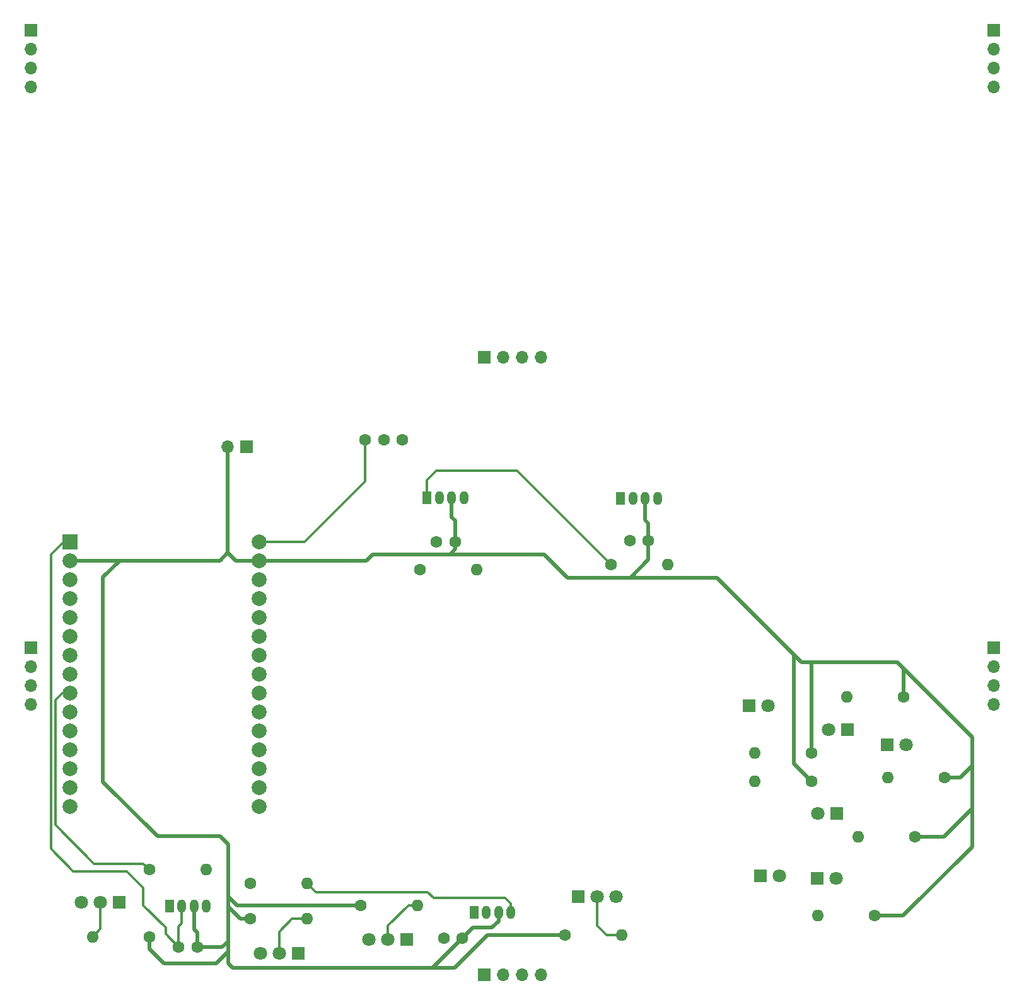
<source format=gbl>
G04 #@! TF.GenerationSoftware,KiCad,Pcbnew,(6.0.11)*
G04 #@! TF.CreationDate,2023-06-05T19:46:25-05:00*
G04 #@! TF.ProjectId,future_badge,66757475-7265-45f6-9261-6467652e6b69,1*
G04 #@! TF.SameCoordinates,Original*
G04 #@! TF.FileFunction,Copper,L2,Bot*
G04 #@! TF.FilePolarity,Positive*
%FSLAX46Y46*%
G04 Gerber Fmt 4.6, Leading zero omitted, Abs format (unit mm)*
G04 Created by KiCad (PCBNEW (6.0.11)) date 2023-06-05 19:46:25*
%MOMM*%
%LPD*%
G01*
G04 APERTURE LIST*
G04 #@! TA.AperFunction,ComponentPad*
%ADD10C,1.600000*%
G04 #@! TD*
G04 #@! TA.AperFunction,ComponentPad*
%ADD11R,1.800000X1.800000*%
G04 #@! TD*
G04 #@! TA.AperFunction,ComponentPad*
%ADD12C,1.800000*%
G04 #@! TD*
G04 #@! TA.AperFunction,ComponentPad*
%ADD13R,1.700000X1.700000*%
G04 #@! TD*
G04 #@! TA.AperFunction,ComponentPad*
%ADD14O,1.700000X1.700000*%
G04 #@! TD*
G04 #@! TA.AperFunction,ComponentPad*
%ADD15O,1.600000X1.600000*%
G04 #@! TD*
G04 #@! TA.AperFunction,ComponentPad*
%ADD16R,1.200000X1.800000*%
G04 #@! TD*
G04 #@! TA.AperFunction,ComponentPad*
%ADD17O,1.200000X1.800000*%
G04 #@! TD*
G04 #@! TA.AperFunction,ComponentPad*
%ADD18R,2.000000X2.000000*%
G04 #@! TD*
G04 #@! TA.AperFunction,ComponentPad*
%ADD19C,2.000000*%
G04 #@! TD*
G04 #@! TA.AperFunction,Conductor*
%ADD20C,0.300000*%
G04 #@! TD*
G04 #@! TA.AperFunction,Conductor*
%ADD21C,0.500000*%
G04 #@! TD*
G04 APERTURE END LIST*
D10*
X43350000Y-173200000D03*
X45850000Y-173200000D03*
D11*
X131690000Y-155200000D03*
D12*
X129150000Y-155200000D03*
D13*
X84360000Y-176910000D03*
D14*
X86900000Y-176910000D03*
X89440000Y-176910000D03*
X91980000Y-176910000D03*
D10*
X39400000Y-162800000D03*
D15*
X47020000Y-162800000D03*
D13*
X152800000Y-133000000D03*
D14*
X152800000Y-135540000D03*
X152800000Y-138080000D03*
X152800000Y-140620000D03*
D10*
X78000000Y-118750000D03*
X80500000Y-118750000D03*
D13*
X52500000Y-106000000D03*
D14*
X49960000Y-106000000D03*
D11*
X74000000Y-172200000D03*
D12*
X71460000Y-172200000D03*
X68920000Y-172200000D03*
D10*
X136775000Y-168950000D03*
D15*
X129155000Y-168950000D03*
D11*
X121455000Y-163600000D03*
D12*
X123995000Y-163600000D03*
D10*
X128375000Y-147150000D03*
D15*
X120755000Y-147150000D03*
D10*
X95200000Y-171600000D03*
D15*
X102820000Y-171600000D03*
D10*
X128375000Y-150900000D03*
D15*
X120755000Y-150900000D03*
D10*
X39425000Y-171800000D03*
D15*
X31805000Y-171800000D03*
D10*
X140725000Y-139550000D03*
D15*
X133105000Y-139550000D03*
D10*
X52975000Y-169400000D03*
D15*
X60595000Y-169400000D03*
D10*
X67775000Y-167600000D03*
D15*
X75395000Y-167600000D03*
D16*
X83010000Y-168490000D03*
D17*
X84660000Y-168490000D03*
X86310000Y-168490000D03*
X87960000Y-168490000D03*
D10*
X75750000Y-122500000D03*
D15*
X83370000Y-122500000D03*
D10*
X52975000Y-164600000D03*
D15*
X60595000Y-164600000D03*
D16*
X42145000Y-167700000D03*
D17*
X43795000Y-167700000D03*
X45445000Y-167700000D03*
X47095000Y-167700000D03*
D11*
X35400000Y-167200000D03*
D12*
X32860000Y-167200000D03*
X30320000Y-167200000D03*
D18*
X28802500Y-118712500D03*
D19*
X28802500Y-121252500D03*
X28802500Y-123792500D03*
X28802500Y-126332500D03*
X28802500Y-128872500D03*
X28802500Y-131412500D03*
X28802500Y-133952500D03*
X28802500Y-136492500D03*
X28802500Y-139032500D03*
X28802500Y-141572500D03*
X28802500Y-144112500D03*
X28802500Y-146652500D03*
X28802500Y-149192500D03*
X28802500Y-151732500D03*
X28802500Y-154272500D03*
X54202500Y-154272500D03*
X54202500Y-151732500D03*
X54202500Y-149192500D03*
X54202500Y-146652500D03*
X54202500Y-144112500D03*
X54202500Y-141572500D03*
X54202500Y-139032500D03*
X54202500Y-136492500D03*
X54202500Y-133952500D03*
X54202500Y-131412500D03*
X54202500Y-128872500D03*
X54202500Y-126332500D03*
X54202500Y-123792500D03*
X54202500Y-121252500D03*
X54202500Y-118712500D03*
D10*
X78950000Y-172000000D03*
X81450000Y-172000000D03*
X101400000Y-121800000D03*
D15*
X109020000Y-121800000D03*
D11*
X138525000Y-146000000D03*
D12*
X141065000Y-146000000D03*
D11*
X59400000Y-174000000D03*
D12*
X56860000Y-174000000D03*
X54320000Y-174000000D03*
D11*
X129125000Y-164000000D03*
D12*
X131665000Y-164000000D03*
D11*
X119925000Y-140800000D03*
D12*
X122465000Y-140800000D03*
D13*
X23500000Y-133000000D03*
D14*
X23500000Y-135540000D03*
X23500000Y-138080000D03*
X23500000Y-140620000D03*
D10*
X142225000Y-158350000D03*
D15*
X134605000Y-158350000D03*
D11*
X97000000Y-166400000D03*
D12*
X99540000Y-166400000D03*
X102080000Y-166400000D03*
D10*
X68400000Y-105000000D03*
X70900000Y-105000000D03*
X73400000Y-105000000D03*
X103950000Y-118600000D03*
X106450000Y-118600000D03*
D13*
X152800000Y-50000000D03*
D14*
X152800000Y-52540000D03*
X152800000Y-55080000D03*
X152800000Y-57620000D03*
D10*
X146175000Y-150400000D03*
D15*
X138555000Y-150400000D03*
D16*
X76715000Y-112800000D03*
D17*
X78365000Y-112800000D03*
X80015000Y-112800000D03*
X81665000Y-112800000D03*
D11*
X133135000Y-144000000D03*
D12*
X130595000Y-144000000D03*
D16*
X102720000Y-112900080D03*
D17*
X104370000Y-112900080D03*
X106020000Y-112900080D03*
X107670000Y-112900080D03*
D13*
X84360000Y-93910000D03*
D14*
X86900000Y-93910000D03*
X89440000Y-93910000D03*
X91980000Y-93910000D03*
D13*
X23500000Y-50000000D03*
D14*
X23500000Y-52540000D03*
X23500000Y-55080000D03*
X23500000Y-57620000D03*
D20*
X54202500Y-118712500D02*
X60287500Y-118712500D01*
X68400000Y-110600000D02*
X68400000Y-105000000D01*
X60287500Y-118712500D02*
X68400000Y-110600000D01*
D21*
X92400000Y-120400000D02*
X79200000Y-120400000D01*
X136775000Y-168950000D02*
X139700000Y-168950000D01*
X40517500Y-158317500D02*
X33200000Y-151000000D01*
X127000000Y-134950000D02*
X125900000Y-133850000D01*
X45850000Y-171250000D02*
X45445000Y-170845000D01*
X45445000Y-170845000D02*
X45445000Y-167700000D01*
X33200000Y-123505000D02*
X35452500Y-121252500D01*
X103450000Y-123600000D02*
X104000000Y-123600000D01*
X50000000Y-171800000D02*
X50000000Y-167600000D01*
X139850000Y-134950000D02*
X128050000Y-134950000D01*
X67775000Y-167600000D02*
X51200000Y-167600000D01*
X52975000Y-169400000D02*
X51600000Y-169400000D01*
X45850000Y-173200000D02*
X45850000Y-171250000D01*
X115650000Y-123600000D02*
X103450000Y-123600000D01*
X140725000Y-139550000D02*
X140725000Y-135825000D01*
X68547500Y-121252500D02*
X54202500Y-121252500D01*
X126000000Y-133950000D02*
X125900000Y-133850000D01*
X80500000Y-118750000D02*
X80500000Y-115900000D01*
X50000000Y-159400000D02*
X48917500Y-158317500D01*
X80500000Y-118750000D02*
X80500000Y-119700000D01*
X149900000Y-154600000D02*
X149900000Y-148800000D01*
X49200000Y-173200000D02*
X50000000Y-172400000D01*
X126000000Y-148525000D02*
X126000000Y-133950000D01*
X50000000Y-167000000D02*
X50000000Y-166400000D01*
X48400000Y-175400000D02*
X50000000Y-173800000D01*
X128050000Y-134950000D02*
X127000000Y-134950000D01*
X148300000Y-150400000D02*
X149900000Y-148800000D01*
X106450000Y-116250000D02*
X106020000Y-115820000D01*
X140725000Y-135825000D02*
X140700000Y-135800000D01*
X149900000Y-159700000D02*
X149900000Y-154600000D01*
X48917500Y-121252500D02*
X35452500Y-121252500D01*
X49960000Y-120210000D02*
X51002500Y-121252500D01*
X49960000Y-120210000D02*
X48917500Y-121252500D01*
X106450000Y-121150000D02*
X106450000Y-118600000D01*
X139700000Y-168950000D02*
X140650000Y-168950000D01*
X80500000Y-119700000D02*
X79800000Y-120400000D01*
X140650000Y-168950000D02*
X149900000Y-159700000D01*
X51600000Y-169400000D02*
X50000000Y-167800000D01*
X35452500Y-121252500D02*
X28802500Y-121252500D01*
X50000000Y-167600000D02*
X50000000Y-167000000D01*
X106020000Y-115820000D02*
X106020000Y-112900080D01*
X128375000Y-150900000D02*
X126000000Y-148525000D01*
X77200000Y-176000000D02*
X50600000Y-176000000D01*
X51002500Y-121252500D02*
X54202500Y-121252500D01*
X80500000Y-115900000D02*
X80015000Y-115415000D01*
X95600000Y-123600000D02*
X103450000Y-123600000D01*
D20*
X50000000Y-172400000D02*
X50000000Y-171800000D01*
D21*
X149900000Y-148800000D02*
X149900000Y-145000000D01*
X140700000Y-135800000D02*
X139850000Y-134950000D01*
X95600000Y-123600000D02*
X92400000Y-120400000D01*
X142225000Y-158350000D02*
X146150000Y-158350000D01*
X79200000Y-120400000D02*
X69400000Y-120400000D01*
X50000000Y-175400000D02*
X50000000Y-173800000D01*
X85400000Y-170600000D02*
X86310000Y-169690000D01*
X51200000Y-167600000D02*
X50000000Y-166400000D01*
X125900000Y-133850000D02*
X115650000Y-123600000D01*
X106450000Y-118600000D02*
X106450000Y-116250000D01*
X81450000Y-172000000D02*
X82850000Y-170600000D01*
X50000000Y-166400000D02*
X50000000Y-159400000D01*
X41400000Y-175400000D02*
X39425000Y-173425000D01*
X50000000Y-167800000D02*
X50000000Y-167600000D01*
X50600000Y-176000000D02*
X50000000Y-175400000D01*
X39425000Y-173425000D02*
X39425000Y-171800000D01*
D20*
X77450000Y-176000000D02*
X77200000Y-176000000D01*
D21*
X41400000Y-175400000D02*
X48400000Y-175400000D01*
X79800000Y-120400000D02*
X79200000Y-120400000D01*
X45850000Y-173200000D02*
X49200000Y-173200000D01*
X33200000Y-151000000D02*
X33200000Y-123505000D01*
X128375000Y-135275000D02*
X128050000Y-134950000D01*
X50000000Y-173800000D02*
X50000000Y-171800000D01*
X82850000Y-170600000D02*
X85400000Y-170600000D01*
X84800000Y-171600000D02*
X95200000Y-171600000D01*
X149900000Y-145000000D02*
X140700000Y-135800000D01*
X48917500Y-158317500D02*
X40517500Y-158317500D01*
X146150000Y-158350000D02*
X149900000Y-154600000D01*
X69400000Y-120400000D02*
X68547500Y-121252500D01*
X80400000Y-176000000D02*
X84800000Y-171600000D01*
X81450000Y-172000000D02*
X77450000Y-176000000D01*
X128375000Y-147150000D02*
X128375000Y-135275000D01*
X80015000Y-115415000D02*
X80015000Y-112800000D01*
X86310000Y-169690000D02*
X86310000Y-168490000D01*
X104000000Y-123600000D02*
X106450000Y-121150000D01*
X146175000Y-150400000D02*
X148300000Y-150400000D01*
X80400000Y-176000000D02*
X77200000Y-176000000D01*
X49960000Y-106000000D02*
X49960000Y-120210000D01*
D20*
X26800000Y-156800000D02*
X32000000Y-162000000D01*
X28802500Y-139032500D02*
X27767500Y-139032500D01*
X26800000Y-140000000D02*
X26800000Y-156800000D01*
X27767500Y-139032500D02*
X26800000Y-140000000D01*
X32000000Y-162000000D02*
X38600001Y-162000001D01*
X38600001Y-162000001D02*
X39400000Y-162800000D01*
X77600000Y-166600000D02*
X76800000Y-165800000D01*
X87960000Y-168490000D02*
X87960000Y-167360000D01*
X87960000Y-167360000D02*
X87200000Y-166600000D01*
X61795000Y-165800000D02*
X60595000Y-164600000D01*
X87200000Y-166600000D02*
X77600000Y-166600000D01*
X76800000Y-165800000D02*
X61795000Y-165800000D01*
X76715000Y-112800000D02*
X76715000Y-110485000D01*
X76715000Y-110485000D02*
X78000000Y-109200000D01*
X88800000Y-109200000D02*
X101400000Y-121800000D01*
X78000000Y-109200000D02*
X88800000Y-109200000D01*
X32860000Y-170745000D02*
X32860000Y-167200000D01*
X31805000Y-171800000D02*
X32860000Y-170745000D01*
X58600000Y-169400000D02*
X60595000Y-169400000D01*
X56860000Y-174000000D02*
X56860000Y-171140000D01*
X56860000Y-171140000D02*
X58600000Y-169400000D01*
X74200000Y-167600000D02*
X75395000Y-167600000D01*
X71460000Y-170340000D02*
X74200000Y-167600000D01*
X71460000Y-172200000D02*
X71460000Y-170340000D01*
X99540000Y-170340000D02*
X99540000Y-166400000D01*
X102820000Y-171600000D02*
X100800000Y-171600000D01*
X100800000Y-171600000D02*
X99540000Y-170340000D01*
X43795000Y-170005000D02*
X43795000Y-167700000D01*
X43350000Y-170450000D02*
X43795000Y-170005000D01*
X29200000Y-163000000D02*
X36400000Y-163000000D01*
X41600000Y-171450000D02*
X43350000Y-173200000D01*
X27887500Y-118712500D02*
X26200000Y-120400000D01*
X26200000Y-120400000D02*
X26200000Y-160000000D01*
X38600000Y-165200000D02*
X38600000Y-167600000D01*
X28802500Y-118712500D02*
X27887500Y-118712500D01*
X36400000Y-163000000D02*
X38600000Y-165200000D01*
X38600000Y-167600000D02*
X41600000Y-170600000D01*
X26200000Y-160000000D02*
X29200000Y-163000000D01*
X43350000Y-173200000D02*
X43350000Y-170450000D01*
X41600000Y-170600000D02*
X41600000Y-171450000D01*
M02*

</source>
